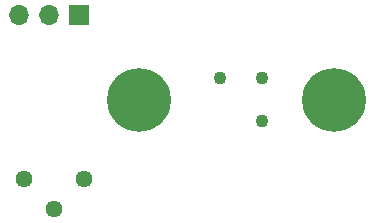
<source format=gbr>
G04 #@! TF.FileFunction,Soldermask,Bot*
%FSLAX46Y46*%
G04 Gerber Fmt 4.6, Leading zero omitted, Abs format (unit mm)*
G04 Created by KiCad (PCBNEW 4.0.7) date 06/05/18 13:55:36*
%MOMM*%
%LPD*%
G01*
G04 APERTURE LIST*
%ADD10C,0.100000*%
%ADD11C,1.440000*%
%ADD12C,5.400000*%
%ADD13C,1.100000*%
%ADD14R,1.700000X1.700000*%
%ADD15O,1.700000X1.700000*%
G04 APERTURE END LIST*
D10*
D11*
X142811500Y-109283500D03*
X140271500Y-106743500D03*
X145351500Y-106743500D03*
D12*
X166500000Y-100000000D03*
D13*
X156826950Y-98203950D03*
X160419050Y-98203950D03*
X160419050Y-101796050D03*
D12*
X150000000Y-100000000D03*
D14*
X144907000Y-92837000D03*
D15*
X142367000Y-92837000D03*
X139827000Y-92837000D03*
M02*

</source>
